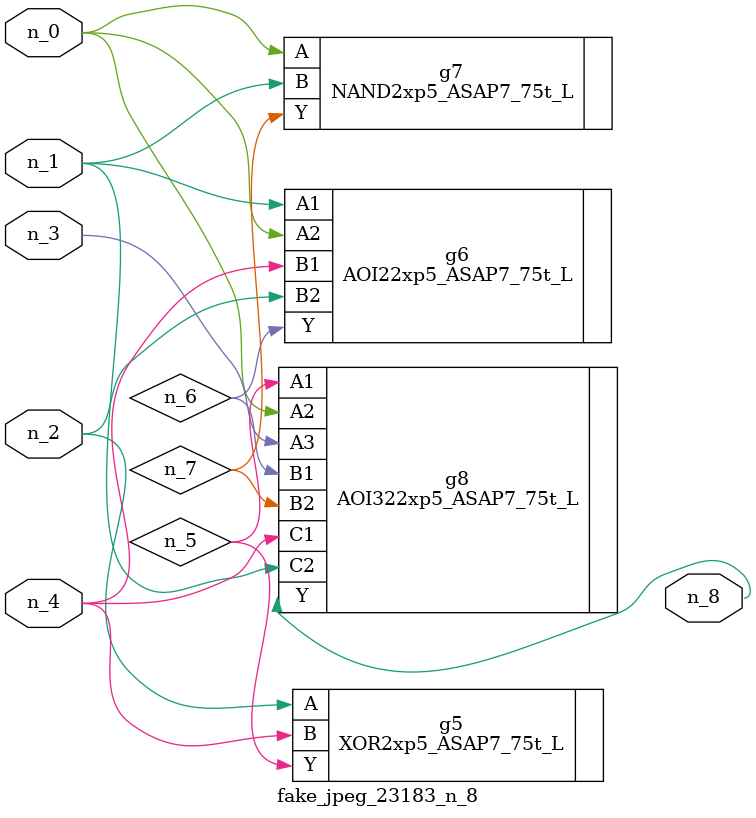
<source format=v>
module fake_jpeg_23183_n_8 (n_3, n_2, n_1, n_0, n_4, n_8);

input n_3;
input n_2;
input n_1;
input n_0;
input n_4;

output n_8;

wire n_6;
wire n_5;
wire n_7;

XOR2xp5_ASAP7_75t_L g5 ( 
.A(n_2),
.B(n_4),
.Y(n_5)
);

AOI22xp5_ASAP7_75t_L g6 ( 
.A1(n_1),
.A2(n_0),
.B1(n_4),
.B2(n_2),
.Y(n_6)
);

NAND2xp5_ASAP7_75t_L g7 ( 
.A(n_0),
.B(n_1),
.Y(n_7)
);

AOI322xp5_ASAP7_75t_L g8 ( 
.A1(n_5),
.A2(n_0),
.A3(n_3),
.B1(n_6),
.B2(n_7),
.C1(n_4),
.C2(n_1),
.Y(n_8)
);


endmodule
</source>
